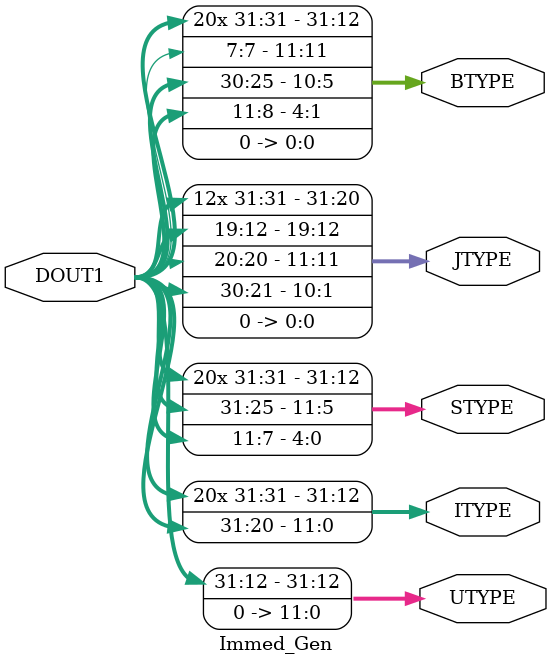
<source format=sv>
`timescale 1ns / 1ps

module Immed_Gen(
    input[31:0] DOUT1, 
    output logic [31:0] UTYPE, ITYPE, STYPE, JTYPE, BTYPE
    );
    
   assign ITYPE = {{21{DOUT1[31]}}, DOUT1[30:25], DOUT1[24:21], DOUT1[20]};
   assign STYPE = {{21{DOUT1[31]}}, DOUT1[30:25], DOUT1[11:8], DOUT1[7]};
   assign BTYPE = {{20{DOUT1[31]}},DOUT1[7],DOUT1[30:25],DOUT1[11:8],1'b0};
   assign UTYPE = {DOUT1[31],DOUT1[30:20],DOUT1[19:12],12'b0};
   assign JTYPE = {{12{DOUT1[31]}},DOUT1[19:12],DOUT1[20],DOUT1[30:25],DOUT1[24:21],1'b0};
          
endmodule

</source>
